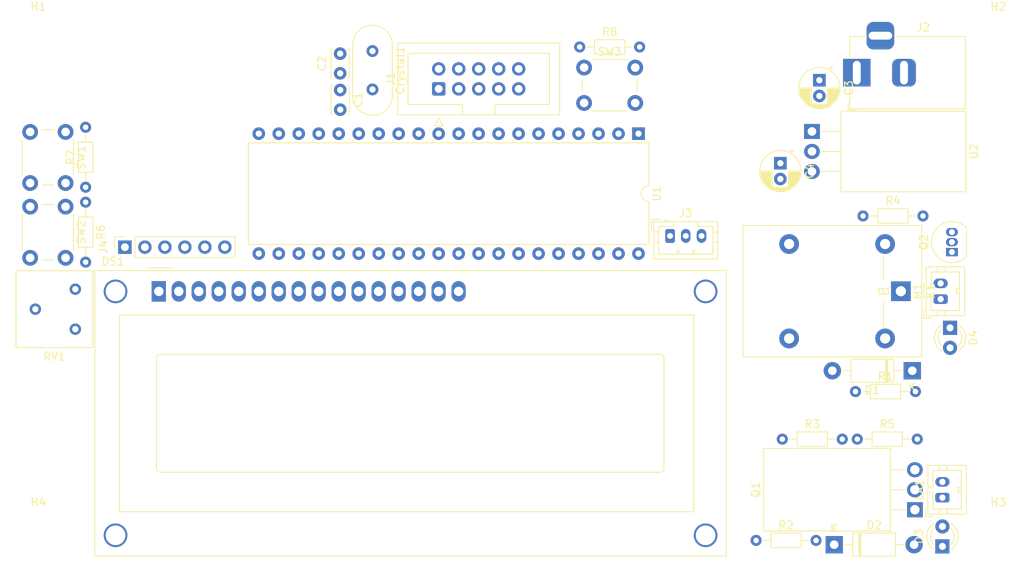
<source format=kicad_pcb>
(kicad_pcb (version 20240108) (generator "pcbnew") (generator_version "8.0")
  (layers (0 "F.Cu" signal) (31 "B.Cu" signal) (34 "B.Paste" user) (35 "F.Paste" user) (36 "B.SilkS" user "B.Silkscreen") (37 "F.SilkS" user "F.Silkscreen") (38 "B.Mask" user) (39 "F.Mask" user) (44 "Edge.Cuts" user))
  (net 0 "")
  (net 1 "GND")
  (net 2 "Net-(U1-XTAL1)")
  (net 3 "Net-(U1-XTAL2)")
  (net 4 "12v")
  (net 5 "5v")
  (net 6 "Net-(D1-A)")
  (net 7 "Net-(D2-A)")
  (net 8 "Net-(D3-A)")
  (net 9 "Net-(D4-A)")
  (net 10 "Net-(DS1-VO)")
  (net 11 "RS")
  (net 12 "E")
  (net 17 "D4")
  (net 18 "D5")
  (net 19 "D6")
  (net 20 "D7")
  (net 21 "MOSI")
  (net 23 "RESET")
  (net 24 "SCK")
  (net 25 "MISO")
  (net 26 "dht11")
  (net 28 "RX")
  (net 29 "TX")
  (net 31 "Net-(M1-+)")
  (net 33 "Net-(Q1-G)")
  (net 34 "Net-(Q2-B)")
  (net 35 "LAMP")
  (net 36 "FAN")
  (net 37 "T_DOWN")
  (net 38 "T_UP")
  (footprint "Resistor_THT:R_Axial_DIN0204_L3.6mm_D1.6mm_P7.62mm_Horizontal" (layer "F.Cu") (at 57.2175 60.5685 -90)
    (property "Reference" "R6" (at 3.81 -1.92 90) (layer "F.SilkS"))
    (property "Value" "1k")
    (pad "1" thru_hole circle (at 0 0 270) (size 1.4 1.4) (drill 0.7) (layers "*.Cu" "*.Mask") (net 5 "5v"))
    (pad "2" thru_hole oval (at 7.62 0 270) (size 1.4 1.4) (drill 0.7) (layers "*.Cu" "*.Mask") (net 37 "T_DOWN"))
  )
  (footprint "Display:WC1602A" (layer "F.Cu") (at 66.518 71.9078)
    (property "Reference" "DS1" (at -5.82 -3.81 0) (layer "F.SilkS"))
    (property "Value" "LCD1602A")
    (pad "" thru_hole circle (at -5.4991 0) (size 3 3) (drill 2.5) (layers "*.Cu" "*.Mask"))
    (pad "" thru_hole circle (at -5.4991 31.0007) (size 3 3) (drill 2.5) (layers "*.Cu" "*.Mask"))
    (pad "" thru_hole circle (at 69.49948 31.0007) (size 3 3) (drill 2.5) (layers "*.Cu" "*.Mask"))
    (pad "" thru_hole circle (at 69.5 0) (size 3 3) (drill 2.5) (layers "*.Cu" "*.Mask"))
    (pad "1" thru_hole rect (at 0 0) (size 1.8 2.6) (drill 1.2) (layers "*.Cu" "*.Mask") (net 1 "GND"))
    (pad "2" thru_hole oval (at 2.54 0) (size 1.8 2.6) (drill 1.2) (layers "*.Cu" "*.Mask") (net 5 "5v"))
    (pad "3" thru_hole oval (at 5.08 0) (size 1.8 2.6) (drill 1.2) (layers "*.Cu" "*.Mask") (net 10 "Net-(DS1-VO)"))
    (pad "4" thru_hole oval (at 7.62 0) (size 1.8 2.6) (drill 1.2) (layers "*.Cu" "*.Mask") (net 11 "RS"))
    (pad "5" thru_hole oval (at 10.16 0) (size 1.8 2.6) (drill 1.2) (layers "*.Cu" "*.Mask") (net 1 "GND"))
    (pad "6" thru_hole oval (at 12.7 0) (size 1.8 2.6) (drill 1.2) (layers "*.Cu" "*.Mask") (net 12 "E"))
    (pad "7" thru_hole oval (at 15.24 0) (size 1.8 2.6) (drill 1.2) (layers "*.Cu" "*.Mask"))
    (pad "8" thru_hole oval (at 17.78 0) (size 1.8 2.6) (drill 1.2) (layers "*.Cu" "*.Mask"))
    (pad "9" thru_hole oval (at 20.32 0) (size 1.8 2.6) (drill 1.2) (layers "*.Cu" "*.Mask"))
    (pad "10" thru_hole oval (at 22.86 0) (size 1.8 2.6) (drill 1.2) (layers "*.Cu" "*.Mask"))
    (pad "11" thru_hole oval (at 25.4 0) (size 1.8 2.6) (drill 1.2) (layers "*.Cu" "*.Mask") (net 17 "D4"))
    (pad "12" thru_hole oval (at 27.94 0) (size 1.8 2.6) (drill 1.2) (layers "*.Cu" "*.Mask") (net 18 "D5"))
    (pad "13" thru_hole oval (at 30.48 0) (size 1.8 2.6) (drill 1.2) (layers "*.Cu" "*.Mask") (net 19 "D6"))
    (pad "14" thru_hole oval (at 33.02 0) (size 1.8 2.6) (drill 1.2) (layers "*.Cu" "*.Mask") (net 20 "D7"))
    (pad "15" thru_hole oval (at 35.56 0) (size 1.8 2.6) (drill 1.2) (layers "*.Cu" "*.Mask") (net 5 "5v"))
    (pad "16" thru_hole oval (at 38.1 0) (size 1.8 2.6) (drill 1.2) (layers "*.Cu" "*.Mask") (net 1 "GND"))
  )
  (footprint "Resistor_THT:R_Axial_DIN0204_L3.6mm_D1.6mm_P7.62mm_Horizontal" (layer "F.Cu") (at 57.2175 58.6685 90)
    (property "Reference" "R7" (at 3.81 -1.92 90) (layer "F.SilkS"))
    (property "Value" "1k")
    (pad "1" thru_hole circle (at 0 0 90) (size 1.4 1.4) (drill 0.7) (layers "*.Cu" "*.Mask") (net 5 "5v"))
    (pad "2" thru_hole oval (at 7.62 0 90) (size 1.4 1.4) (drill 0.7) (layers "*.Cu" "*.Mask") (net 38 "T_UP"))
  )
  (footprint "MountingHole:MountingHole_3mm" (layer "F.Cu") (at 173.21315 39.72)
    (property "Reference" "H2" (at 0 -4 0) (layer "F.SilkS"))
    (property "Value" "MountingHole" (hide yes))
    (pad "" np_thru_hole circle (at 0 0) (size 3 3) (drill 3) (layers "*.Cu" "*.Mask"))
  )
  (footprint "Resistor_THT:R_Axial_DIN0204_L3.6mm_D1.6mm_P7.62mm_Horizontal" (layer "F.Cu") (at 142.4355 103.5578)
    (property "Reference" "R2" (at 3.81 -1.92 0) (layer "F.SilkS"))
    (property "Value" "1k" (hide yes))
    (pad "1" thru_hole circle (at 0 0) (size 1.4 1.4) (drill 0.7) (layers "*.Cu" "*.Mask") (net 8 "Net-(D3-A)"))
    (pad "2" thru_hole oval (at 7.62 0) (size 1.4 1.4) (drill 0.7) (layers "*.Cu" "*.Mask") (net 5 "5v"))
  )
  (footprint "Potentiometer_THT:Potentiometer_Bourns_3386F_Vertical" (layer "F.Cu") (at 55.9075 71.6285 180)
    (property "Reference" "RV1" (at 2.655 -8.555 0) (layer "F.SilkS"))
    (property "Value" "1k")
    (pad "1" thru_hole circle (at 0 0 180) (size 1.44 1.44) (drill 0.8) (layers "*.Cu" "*.Mask") (net 1 "GND"))
    (pad "2" thru_hole circle (at 5.08 -2.54 180) (size 1.44 1.44) (drill 0.8) (layers "*.Cu" "*.Mask") (net 10 "Net-(DS1-VO)"))
    (pad "3" thru_hole circle (at 0 -5.08 180) (size 1.44 1.44) (drill 0.8) (layers "*.Cu" "*.Mask") (net 5 "5v"))
  )
  (footprint "Resistor_THT:R_Axial_DIN0204_L3.6mm_D1.6mm_P7.62mm_Horizontal" (layer "F.Cu") (at 120.013 40.84)
    (property "Reference" "R8" (at 3.81 -1.92 0) (layer "F.SilkS"))
    (property "Value" "1k" (hide yes))
    (pad "1" thru_hole circle (at 0 0) (size 1.4 1.4) (drill 0.7) (layers "*.Cu" "*.Mask") (net 5 "5v"))
    (pad "2" thru_hole oval (at 7.62 0) (size 1.4 1.4) (drill 0.7) (layers "*.Cu" "*.Mask") (net 23 "RESET"))
  )
  (footprint "Connector_BarrelJack:BarrelJack_Horizontal" (layer "F.Cu") (at 155.233 44.1075 180)
    (property "Reference" "J2" (at -8.45 5.75 0) (layer "F.SilkS"))
    (property "Value" "DC 12V")
    (pad "1" thru_hole rect (at 0 0 180) (size 3.5 3.5) (drill oval 1 3) (layers "*.Cu" "*.Mask") (net 4 "12v"))
    (pad "2" thru_hole roundrect (at -6 0 180) (size 3 3.5) (drill oval 1 3) (layers "*.Cu" "*.Mask") (net 1 "GND"))
    (pad "3" thru_hole roundrect (at -3 4.7 180) (size 3.5 3.5) (drill oval 3 1) (layers "*.Cu" "*.Mask") (net 1 "GND"))
  )
  (footprint "Package_TO_SOT_THT:TO-92_Inline" (layer "F.Cu") (at 167.3255 66.9094 90)
    (property "Reference" "Q2" (at 1.27 -3.56 90) (layer "F.SilkS"))
    (property "Value" "2SC1815")
    (pad "1" thru_hole rect (at 0 0 90) (size 1.05 1.5) (drill 0.75) (layers "*.Cu" "*.Mask") (net 1 "GND"))
    (pad "2" thru_hole oval (at 1.27 0 90) (size 1.05 1.5) (drill 0.75) (layers "*.Cu" "*.Mask") (net 6 "Net-(D1-A)"))
    (pad "3" thru_hole oval (at 2.54 0 90) (size 1.05 1.5) (drill 0.75) (layers "*.Cu" "*.Mask") (net 34 "Net-(Q2-B)"))
  )
  (footprint "Connector_IDC:IDC-Header_2x05_P2.54mm_Vertical" (layer "F.Cu") (at 102.0975 46.171 90)
    (property "Reference" "J1" (at 1.27 -6.1 90) (layer "F.SilkS"))
    (property "Value" "AVR-ISP-10")
    (pad "1" thru_hole roundrect (at 0 0 90) (size 1.7 1.7) (drill 1) (layers "*.Cu" "*.Mask") (roundrect_rratio 0.147059) (net 21 "MOSI"))
    (pad "2" thru_hole circle (at 2.54 0 90) (size 1.7 1.7) (drill 1) (layers "*.Cu" "*.Mask") (net 5 "5v"))
    (pad "3" thru_hole circle (at 0 2.54 90) (size 1.7 1.7) (drill 1) (layers "*.Cu" "*.Mask"))
    (pad "4" thru_hole circle (at 2.54 2.54 90) (size 1.7 1.7) (drill 1) (layers "*.Cu" "*.Mask") (net 1 "GND"))
    (pad "5" thru_hole circle (at 0 5.08 90) (size 1.7 1.7) (drill 1) (layers "*.Cu" "*.Mask") (net 23 "RESET"))
    (pad "6" thru_hole circle (at 2.54 5.08 90) (size 1.7 1.7) (drill 1) (layers "*.Cu" "*.Mask") (net 1 "GND"))
    (pad "7" thru_hole circle (at 0 7.62 90) (size 1.7 1.7) (drill 1) (layers "*.Cu" "*.Mask") (net 24 "SCK"))
    (pad "8" thru_hole circle (at 2.54 7.62 90) (size 1.7 1.7) (drill 1) (layers "*.Cu" "*.Mask") (net 1 "GND"))
    (pad "9" thru_hole circle (at 0 10.16 90) (size 1.7 1.7) (drill 1) (layers "*.Cu" "*.Mask") (net 25 "MISO"))
    (pad "10" thru_hole circle (at 2.54 10.16 90) (size 1.7 1.7) (drill 1) (layers "*.Cu" "*.Mask") (net 1 "GND"))
  )
  (footprint "Connector_TE-Connectivity:TE_440054-2_1x02_P2.00mm_Vertical" (layer "F.Cu") (at 165.8855 72.8878 90)
    (property "Reference" "M1" (at 1 -2.9 90) (layer "F.SilkS"))
    (property "Value" "Fan")
    (pad "1" thru_hole roundrect (at 0 0 90) (size 1.2 1.8) (drill 0.8) (layers "*.Cu" "*.Mask") (net 31 "Net-(M1-+)"))
    (pad "2" thru_hole oval (at 2 0 90) (size 1.2 1.8) (drill 0.8) (layers "*.Cu" "*.Mask") (net 1 "GND"))
  )
  (footprint "Resistor_THT:R_Axial_DIN0204_L3.6mm_D1.6mm_P7.62mm_Horizontal" (layer "F.Cu") (at 156.0255 62.3194)
    (property "Reference" "R4" (at 3.81 -1.92 0) (layer "F.SilkS"))
    (property "Value" "1k" (hide yes))
    (pad "1" thru_hole circle (at 0 0) (size 1.4 1.4) (drill 0.7) (layers "*.Cu" "*.Mask") (net 36 "FAN"))
    (pad "2" thru_hole oval (at 7.62 0) (size 1.4 1.4) (drill 0.7) (layers "*.Cu" "*.Mask") (net 34 "Net-(Q2-B)"))
  )
  (footprint "Package_TO_SOT_THT:TO-220F-3_Horizontal_TabDown" (layer "F.Cu") (at 162.6155 99.6578 90)
    (property "Reference" "Q1" (at 2.54 -20.22 90) (layer "F.SilkS"))
    (property "Value" "IRLIZ44N")
    (pad "" np_thru_hole oval (at 2.54 -15.8 90) (size 3.5 3.5) (drill 3.5) (layers "*.Cu" "*.Mask"))
    (pad "1" thru_hole rect (at 0 0 90) (size 1.905 2) (drill 1.2) (layers "*.Cu" "*.Mask") (net 33 "Net-(Q1-G)"))
    (pad "2" thru_hole oval (at 2.54 0 90) (size 1.905 2) (drill 1.2) (layers "*.Cu" "*.Mask") (net 7 "Net-(D2-A)"))
    (pad "3" thru_hole oval (at 5.08 0 90) (size 1.905 2) (drill 1.2) (layers "*.Cu" "*.Mask") (net 1 "GND"))
  )
  (footprint "MountingHole:MountingHole_3mm" (layer "F.Cu") (at 51.21315 39.72)
    (property "Reference" "H1" (at 0 -4 0) (layer "F.SilkS"))
    (property "Value" "MountingHole" (hide yes))
    (pad "" np_thru_hole circle (at 0 0) (size 3 3) (drill 3) (layers "*.Cu" "*.Mask"))
  )
  (footprint "Connector_JST:JST_PH_B3B-PH-K_1x03_P2.00mm_Vertical" (layer "F.Cu") (at 131.4975 64.8585)
    (property "Reference" "J3" (at 2 -2.9 0) (layer "F.SilkS"))
    (property "Value" "DHT11")
    (pad "1" thru_hole roundrect (at 0 0) (size 1.2 1.75) (drill 0.75) (layers "*.Cu" "*.Mask") (roundrect_rratio 0.208333) (net 5 "5v"))
    (pad "2" thru_hole oval (at 2 0) (size 1.2 1.75) (drill 0.75) (layers "*.Cu" "*.Mask") (net 26 "dht11"))
    (pad "3" thru_hole oval (at 4 0) (size 1.2 1.75) (drill 0.75) (layers "*.Cu" "*.Mask") (net 1 "GND"))
  )
  (footprint "Resistor_THT:R_Axial_DIN0204_L3.6mm_D1.6mm_P7.62mm_Horizontal" (layer "F.Cu") (at 155.0655 84.6378)
    (property "Reference" "R1" (at 3.81 -1.92 0) (layer "F.SilkS"))
    (property "Value" "1k" (hide yes))
    (pad "1" thru_hole circle (at 0 0) (size 1.4 1.4) (drill 0.7) (layers "*.Cu" "*.Mask") (net 9 "Net-(D4-A)"))
    (pad "2" thru_hole oval (at 7.62 0) (size 1.4 1.4) (drill 0.7) (layers "*.Cu" "*.Mask") (net 5 "5v"))
  )
  (footprint "Button_Switch_THT:SW_PUSH_6mm_H5mm" (layer "F.Cu") (at 120.573 43.46)
    (property "Reference" "SW3" (at 3.25 -2 0) (layer "F.SilkS"))
    (property "Value" "RESET")
    (pad "1" thru_hole circle (at 0 0 90) (size 2 2) (drill 1.1) (layers "*.Cu" "*.Mask") (net 23 "RESET"))
    (pad "1" thru_hole circle (at 6.5 0 90) (size 2 2) (drill 1.1) (layers "*.Cu" "*.Mask") (net 23 "RESET"))
    (pad "2" thru_hole circle (at 0 4.5 90) (size 2 2) (drill 1.1) (layers "*.Cu" "*.Mask") (net 1 "GND"))
    (pad "2" thru_hole circle (at 6.5 4.5 90) (size 2 2) (drill 1.1) (layers "*.Cu" "*.Mask") (net 1 "GND"))
  )
  (footprint "Connector_TE-Connectivity:TE_440054-2_1x02_P2.00mm_Vertical" (layer "F.Cu") (at 166.1155 98.1178 90)
    (property "Reference" "LA1" (at 1 -2.9 90) (layer "F.SilkS"))
    (property "Value" "Lamp")
    (pad "1" thru_hole roundrect (at 0 0 90) (size 1.2 1.8) (drill 0.8) (layers "*.Cu" "*.Mask") (net 7 "Net-(D2-A)"))
    (pad "2" thru_hole oval (at 2 0 90) (size 1.2 1.8) (drill 0.8) (layers "*.Cu" "*.Mask") (net 4 "12v"))
  )
  (footprint "MountingHole:MountingHole_3mm" (layer "F.Cu") (at 51.21315 102.72)
    (property "Reference" "H4" (at 0 -4 0) (layer "F.SilkS"))
    (property "Value" "MountingHole" (hide yes))
    (pad "" np_thru_hole circle (at 0 0) (size 3 3) (drill 3) (layers "*.Cu" "*.Mask"))
  )
  (footprint "Capacitor_THT:C_Disc_D3.4mm_W2.1mm_P2.50mm" (layer "F.Cu") (at 89.5675 44.191 90)
    (property "Reference" "C2" (at 1.25 -2.3 90) (layer "F.SilkS"))
    (property "Value" "22" (hide yes))
    (pad "1" thru_hole circle (at 0 0 90) (size 1.6 1.6) (drill 0.8) (layers "*.Cu" "*.Mask") (net 1 "GND"))
    (pad "2" thru_hole circle (at 2.5 0 90) (size 1.6 1.6) (drill 0.8) (layers "*.Cu" "*.Mask") (net 3 "Net-(U1-XTAL2)"))
  )
  (footprint "Capacitor_THT:CP_Radial_D5.0mm_P2.00mm" (layer "F.Cu") (at 150.4755 45.07 -90)
    (property "Reference" "C3" (at 1 -3.75 90) (layer "F.SilkS"))
    (property "Value" "10uF" (hide yes))
    (pad "1" thru_hole rect (at 0 0 270) (size 1.6 1.6) (drill 0.8) (layers "*.Cu" "*.Mask") (net 1 "GND"))
    (pad "2" thru_hole circle (at 2 0 270) (size 1.6 1.6) (drill 0.8) (layers "*.Cu" "*.Mask") (net 4 "12v"))
  )
  (footprint "LED_THT:LED_D3.0mm" (layer "F.Cu") (at 166.1155 104.3228 90)
    (property "Reference" "D3" (at 1.27 -2.96 90) (layer "F.SilkS"))
    (property "Value" "LED_LAMP")
    (pad "1" thru_hole rect (at 0 0 90) (size 1.8 1.8) (drill 0.9) (layers "*.Cu" "*.Mask") (net 7 "Net-(D2-A)"))
    (pad "2" thru_hole circle (at 2.54 0 90) (size 1.8 1.8) (drill 0.9) (layers "*.Cu" "*.Mask") (net 8 "Net-(D3-A)"))
  )
  (footprint "Resistor_THT:R_Axial_DIN0204_L3.6mm_D1.6mm_P7.62mm_Horizontal" (layer "F.Cu") (at 145.7655 90.6878)
    (property "Reference" "R3" (at 3.81 -1.92 0) (layer "F.SilkS"))
    (property "Value" "10k" (hide yes))
    (pad "1" thru_hole circle (at 0 0) (size 1.4 1.4) (drill 0.7) (layers "*.Cu" "*.Mask") (net 35 "LAMP"))
    (pad "2" thru_hole oval (at 7.62 0) (size 1.4 1.4) (drill 0.7) (layers "*.Cu" "*.Mask") (net 33 "Net-(Q1-G)"))
  )
  (footprint "Relay_THT:Relay_SPDT_Omron-G5LE-1" (layer "F.Cu") (at 160.833 71.8878 -90)
    (property "Reference" "K1" (at 0 -3.8 90) (layer "F.SilkS"))
    (property "Value" "G5LE-1")
    (pad "1" thru_hole rect (at 0 0 270) (size 2.5 2.5) (drill 1.3) (layers "*.Cu" "*.Mask") (net 31 "Net-(M1-+)"))
    (pad "2" thru_hole oval (at -6 2 270) (size 2.5 2.5) (drill 1.3) (layers "*.Cu" "*.Mask") (net 6 "Net-(D1-A)"))
    (pad "3" thru_hole oval (at -6 14.2 270) (size 2.5 2.5) (drill 1.3) (layers "*.Cu" "*.Mask") (net 4 "12v"))
    (pad "4" thru_hole oval (at 6 14.2 270) (size 2.5 2.5) (drill 1.3) (layers "*.Cu" "*.Mask"))
    (pad "5" thru_hole oval (at 6 2 270) (size 2.5 2.5) (drill 1.3) (layers "*.Cu" "*.Mask") (net 5 "5v"))
  )
  (footprint "Diode_THT:D_DO-41_SOD81_P10.16mm_Horizontal" (layer "F.Cu") (at 152.3555 104.0978)
    (property "Reference" "D2" (at 5.08 -2.47 0) (layer "F.SilkS"))
    (property "Value" "1N4007")
    (fp_text user "K" (at 0 -2.1 0) (layer "F.SilkS"))
    (pad "1" thru_hole rect (at 0 0) (size 2.2 2.2) (drill 1.1) (layers "*.Cu" "*.Mask") (net 5 "5v"))
    (pad "2" thru_hole oval (at 10.16 0) (size 2.2 2.2) (drill 1.1) (layers "*.Cu" "*.Mask") (net 7 "Net-(D2-A)"))
  )
  (footprint "Resistor_THT:R_Axial_DIN0204_L3.6mm_D1.6mm_P7.62mm_Horizontal" (layer "F.Cu") (at 155.2955 90.6878)
    (property "Reference" "R5" (at 3.81 -1.92 0) (layer "F.SilkS"))
    (property "Value" "10k" (hide yes))
    (pad "1" thru_hole circle (at 0 0) (size 1.4 1.4) (drill 0.7) (layers "*.Cu" "*.Mask") (net 33 "Net-(Q1-G)"))
    (pad "2" thru_hole oval (at 7.62 0) (size 1.4 1.4) (drill 0.7) (layers "*.Cu" "*.Mask") (net 1 "GND"))
  )
  (footprint "LED_THT:LED_D3.0mm" (layer "F.Cu") (at 167.0855 76.5394 -90)
    (property "Reference" "D4" (at 1.27 -2.96 90) (layer "F.SilkS"))
    (property "Value" "LED_FAN")
    (pad "1" thru_hole rect (at 0 0 270) (size 1.8 1.8) (drill 0.9) (layers "*.Cu" "*.Mask") (net 6 "Net-(D1-A)"))
    (pad "2" thru_hole circle (at 2.54 0 270) (size 1.8 1.8) (drill 0.9) (layers "*.Cu" "*.Mask") (net 9 "Net-(D4-A)"))
  )
  (footprint "Capacitor_THT:CP_Radial_D5.0mm_P2.00mm" (layer "F.Cu") (at 145.5155 55.62 -90)
    (property "Reference" "C4" (at 1 -3.75 90) (layer "F.SilkS"))
    (property "Value" "10uF" (hide yes))
    (pad "1" thru_hole rect (at 0 0 270) (size 1.6 1.6) (drill 0.8) (layers "*.Cu" "*.Mask") (net 1 "GND"))
    (pad "2" thru_hole circle (at 2 0 270) (size 1.6 1.6) (drill 0.8) (layers "*.Cu" "*.Mask") (net 5 "5v"))
  )
  (footprint "Package_DIP:DIP-40_W15.24mm" (layer "F.Cu") (at 127.488 51.8628 -90)
    (property "Reference" "U1" (at 7.62 -2.33 90) (layer "F.SilkS"))
    (property "Value" "ATmega16A-P")
    (pad "1" thru_hole rect (at 0 0 270) (size 1.6 1.6) (drill 0.8) (layers "*.Cu" "*.Mask"))
    (pad "2" thru_hole oval (at 0 2.54 270) (size 1.6 1.6) (drill 0.8) (layers "*.Cu" "*.Mask"))
    (pad "3" thru_hole oval (at 0 5.08 270) (size 1.6 1.6) (drill 0.8) (layers "*.Cu" "*.Mask") (net 36 "FAN"))
    (pad "4" thru_hole oval (at 0 7.62 270) (size 1.6 1.6) (drill 0.8) (layers "*.Cu" "*.Mask") (net 35 "LAMP"))
    (pad "5" thru_hole oval (at 0 10.16 270) (size 1.6 1.6) (drill 0.8) (layers "*.Cu" "*.Mask"))
    (pad "6" thru_hole oval (at 0 12.7 270) (size 1.6 1.6) (drill 0.8) (layers "*.Cu" "*.Mask") (net 21 "MOSI"))
    (pad "7" thru_hole oval (at 0 15.24 270) (size 1.6 1.6) (drill 0.8) (layers "*.Cu" "*.Mask") (net 25 "MISO"))
    (pad "8" thru_hole oval (at 0 17.78 270) (size 1.6 1.6) (drill 0.8) (layers "*.Cu" "*.Mask") (net 24 "SCK"))
    (pad "9" thru_hole oval (at 0 20.32 270) (size 1.6 1.6) (drill 0.8) (layers "*.Cu" "*.Mask") (net 23 "RESET"))
    (pad "10" thru_hole oval (at 0 22.86 270) (size 1.6 1.6) (drill 0.8) (layers "*.Cu" "*.Mask") (net 5 "5v"))
    (pad "11" thru_hole oval (at 0 25.4 270) (size 1.6 1.6) (drill 0.8) (layers "*.Cu" "*.Mask") (net 1 "GND"))
    (pad "12" thru_hole oval (at 0 27.94 270) (size 1.6 1.6) (drill 0.8) (layers "*.Cu" "*.Mask") (net 3 "Net-(U1-XTAL2)"))
    (pad "13" thru_hole oval (at 0 30.48 270) (size 1.6 1.6) (drill 0.8) (layers "*.Cu" "*.Mask") (net 2 "Net-(U1-XTAL1)"))
    (pad "14" thru_hole oval (at 0 33.02 270) (size 1.6 1.6) (drill 0.8) (layers "*.Cu" "*.Mask") (net 28 "RX"))
    (pad "15" thru_hole oval (at 0 35.56 270) (size 1.6 1.6) (drill 0.8) (layers "*.Cu" "*.Mask") (net 29 "TX"))
    (pad "16" thru_hole oval (at 0 38.1 270) (size 1.6 1.6) (drill 0.8) (layers "*.Cu" "*.Mask") (net 38 "T_UP"))
    (pad "17" thru_hole oval (at 0 40.64 270) (size 1.6 1.6) (drill 0.8) (layers "*.Cu" "*.Mask") (net 37 "T_DOWN"))
    (pad "18" thru_hole oval (at 0 43.18 270) (size 1.6 1.6) (drill 0.8) (layers "*.Cu" "*.Mask"))
    (pad "19" thru_hole oval (at 0 45.72 270) (size 1.6 1.6) (drill 0.8) (layers "*.Cu" "*.Mask"))
    (pad "20" thru_hole oval (at 0 48.26 270) (size 1.6 1.6) (drill 0.8) (layers "*.Cu" "*.Mask"))
    (pad "21" thru_hole oval (at 15.24 48.26 270) (size 1.6 1.6) (drill 0.8) (layers "*.Cu" "*.Mask"))
    (pad "22" thru_hole oval (at 15.24 45.72 270) (size 1.6 1.6) (drill 0.8) (layers "*.Cu" "*.Mask"))
    (pad "23" thru_hole oval (at 15.24 43.18 270) (size 1.6 1.6) (drill 0.8) (layers "*.Cu" "*.Mask"))
    (pad "24" thru_hole oval (at 15.24 40.64 270) (size 1.6 1.6) (drill 0.8) (layers "*.Cu" "*.Mask") (net 11 "RS"))
    (pad "25" thru_hole oval (at 15.24 38.1 270) (size 1.6 1.6) (drill 0.8) (layers "*.Cu" "*.Mask") (net 12 "E"))
    (pad "26" thru_hole oval (at 15.24 35.56 270) (size 1.6 1.6) (drill 0.8) (layers "*.Cu" "*.Mask") (net 17 "D4"))
    (pad "27" thru_hole oval (at 15.24 33.02 270) (size 1.6 1.6) (drill 0.8) (layers "*.Cu" "*.Mask") (net 18 "D5"))
    (pad "28" thru_hole oval (at 15.24 30.48 270) (size 1.6 1.6) (drill 0.8) (layers "*.Cu" "*.Mask") (net 19 "D6"))
    (pad "29" thru_hole oval (at 15.24 27.94 270) (size 1.6 1.6) (drill 0.8) (layers "*.Cu" "*.Mask") (net 20 "D7"))
    (pad "30" thru_hole oval (at 15.24 25.4 270) (size 1.6 1.6) (drill 0.8) (layers "*.Cu" "*.Mask") (net 5 "5v"))
    (pad "31" thru_hole oval (at 15.24 22.86 270) (size 1.6 1.6) (drill 0.8) (layers "*.Cu" "*.Mask") (net 1 "GND"))
    (pad "32" thru_hole oval (at 15.24 20.32 270) (size 1.6 1.6) (drill 0.8) (layers "*.Cu" "*.Mask"))
    (pad "33" thru_hole oval (at 15.24 17.78 270) (size 1.6 1.6) (drill 0.8) (layers "*.Cu" "*.Mask"))
    (pad "34" thru_hole oval (at 15.24 15.24 270) (size 1.6 1.6) (drill 0.8) (layers "*.Cu" "*.Mask"))
    (pad "35" thru_hole oval (at 15.24 12.7 270) (size 1.6 1.6) (drill 0.8) (layers "*.Cu" "*.Mask"))
    (pad "36" thru_hole oval (at 15.24 10.16 270) (size 1.6 1.6) (drill 0.8) (layers "*.Cu" "*.Mask"))
    (pad "37" thru_hole oval (at 15.24 7.62 270) (size 1.6 1.6) (drill 0.8) (layers "*.Cu" "*.Mask"))
    (pad "38" thru_hole oval (at 15.24 5.08 270) (size 1.6 1.6) (drill 0.8) (layers "*.Cu" "*.Mask"))
    (pad "39" thru_hole oval (at 15.24 2.54 270) (size 1.6 1.6) (drill 0.8) (layers "*.Cu" "*.Mask"))
    (pad "40" thru_hole oval (at 15.24 0 270) (size 1.6 1.6) (drill 0.8) (layers "*.Cu" "*.Mask") (net 26 "dht11"))
  )
  (footprint "Button_Switch_THT:SW_PUSH_6mm_H5mm" (layer "F.Cu") (at 54.6675 61.1385 -90)
    (property "Reference" "SW2" (at 3.25 -2 90) (layer "F.SilkS"))
    (property "Value" "T_DOWN")
    (pad "1" thru_hole circle (at 0 0) (size 2 2) (drill 1.1) (layers "*.Cu" "*.Mask") (net 37 "T_DOWN"))
    (pad "1" thru_hole circle (at 6.5 0) (size 2 2) (drill 1.1) (layers "*.Cu" "*.Mask") (net 37 "T_DOWN"))
    (pad "2" thru_hole circle (at 0 4.5) (size 2 2) (drill 1.1) (layers "*.Cu" "*.Mask") (net 1 "GND"))
    (pad "2" thru_hole circle (at 6.5 4.5) (size 2 2) (drill 1.1) (layers "*.Cu" "*.Mask") (net 1 "GND"))
  )
  (footprint "MountingHole:MountingHole_3mm" (layer "F.Cu") (at 173.21315 102.72)
    (property "Reference" "H3" (at 0 -4 0) (layer "F.SilkS"))
    (property "Value" "MountingHole" (hide yes))
    (pad "" np_thru_hole circle (at 0 0) (size 3 3) (drill 3) (layers "*.Cu" "*.Mask"))
  )
  (footprint "Crystal:Crystal_HC49-4H_Vertical" (layer "F.Cu") (at 93.6775 41.361 -90)
    (property "Reference" "Crystal1" (at 2.44 -3.525 90) (layer "F.SilkS"))
    (property "Value" "16MHz" (hide yes))
    (pad "1" thru_hole circle (at 0 0 270) (size 1.5 1.5) (drill 0.8) (layers "*.Cu" "*.Mask") (net 3 "Net-(U1-XTAL2)"))
    (pad "2" thru_hole circle (at 4.88 0 270) (size 1.5 1.5) (drill 0.8) (layers "*.Cu" "*.Mask") (net 2 "Net-(U1-XTAL1)"))
  )
  (footprint "Diode_THT:D_DO-41_SOD81_P10.16mm_Horizontal" (layer "F.Cu") (at 162.2855 81.9878 180)
    (property "Reference" "D1" (at 5.08 -2.47 0) (layer "F.SilkS"))
    (property "Value" "1N4007")
    (fp_text user "K" (at 0 -2.1 0) (layer "F.SilkS"))
    (pad "1" thru_hole rect (at 0 0 180) (size 2.2 2.2) (drill 1.1) (layers "*.Cu" "*.Mask") (net 5 "5v"))
    (pad "2" thru_hole oval (at 10.16 0 180) (size 2.2 2.2) (drill 1.1) (layers "*.Cu" "*.Mask") (net 6 "Net-(D1-A)"))
  )
  (footprint "Capacitor_THT:C_Disc_D3.4mm_W2.1mm_P2.50mm" (layer "F.Cu") (at 89.5775 46.311 -90)
    (property "Reference" "C1" (at 1.25 -2.3 90) (layer "F.SilkS"))
    (property "Value" "22" (hide yes))
    (pad "1" thru_hole circle (at 0 0 270) (size 1.6 1.6) (drill 0.8) (layers "*.Cu" "*.Mask") (net 1 "GND"))
    (pad "2" thru_hole circle (at 2.5 0 270) (size 1.6 1.6) (drill 0.8) (layers "*.Cu" "*.Mask") (net 2 "Net-(U1-XTAL1)"))
  )
  (footprint "Button_Switch_THT:SW_PUSH_6mm_H5mm" (layer "F.Cu") (at 54.6675 51.6385 -90)
    (property "Reference" "SW1" (at 3.25 -2 90) (layer "F.SilkS"))
    (property "Value" "T_UP")
    (pad "1" thru_hole circle (at 0 0) (size 2 2) (drill 1.1) (layers "*.Cu" "*.Mask") (net 38 "T_UP"))
    (pad "1" thru_hole circle (at 6.5 0) (size 2 2) (drill 1.1) (layers "*.Cu" "*.Mask") (net 38 "T_UP"))
    (pad "2" thru_hole circle (at 0 4.5) (size 2 2) (drill 1.1) (layers "*.Cu" "*.Mask") (net 1 "GND"))
    (pad "2" thru_hole circle (at 6.5 4.5) (size 2 2) (drill 1.1) (layers "*.Cu" "*.Mask") (net 1 "GND"))
  )
  (footprint "Connector_PinSocket_2.54mm:PinSocket_1x06_P2.54mm_Vertical" (layer "F.Cu") (at 62.2125 66.2835 90)
    (property "Reference" "J4" (at 0 -2.77 90) (layer "F.SilkS"))
    (property "Value" "HC-05")
    (pad "1" thru_hole rect (at 0 0 90) (size 1.7 1.7) (drill 1) (layers "*.Cu" "*.Mask"))
    (pad "2" thru_hole oval (at 0 2.54 90) (size 1.7 1.7) (drill 1) (layers "*.Cu" "*.Mask") (net 5 "5v"))
    (pad "3" thru_hole oval (at 0 5.08 90) (size 1.7 1.7) (drill 1) (layers "*.Cu" "*.Mask") (net 1 "GND"))
    (pad "4" thru_hole oval (at 0 7.62 90) (size 1.7 1.7) (drill 1) (layers "*.Cu" "*.Mask") (net 28 "RX"))
    (pad "5" thru_hole oval (at 0 10.16 90) (size 1.7 1.7) (drill 1) (layers "*.Cu" "*.Mask") (net 29 "TX"))
    (pad "6" thru_hole oval (at 0 12.7 90) (size 1.7 1.7) (drill 1) (layers "*.Cu" "*.Mask"))
  )
  (footprint "Package_TO_SOT_THT:TO-220-3_Horizontal_TabDown" (layer "F.Cu") (at 149.5355 51.58 -90)
    (property "Reference" "U2" (at 2.54 -20.58 90) (layer "F.SilkS"))
    (property "Value" "L7805")
    (pad "" np_thru_hole oval (at 2.54 -16.66 270) (size 3.5 3.5) (drill 3.5) (layers "*.Cu" "*.Mask"))
    (pad "1" thru_hole rect (at 0 0 270) (size 1.905 2) (drill 1.1) (layers "*.Cu" "*.Mask") (net 4 "12v"))
    (pad "2" thru_hole oval (at 2.54 0 270) (size 1.905 2) (drill 1.1) (layers "*.Cu" "*.Mask") (net 1 "GND"))
    (pad "3" thru_hole oval (at 5.08 0 270) (size 1.905 2) (drill 1.1) (layers "*.Cu" "*.Mask") (net 5 "5v"))
  )
)
</source>
